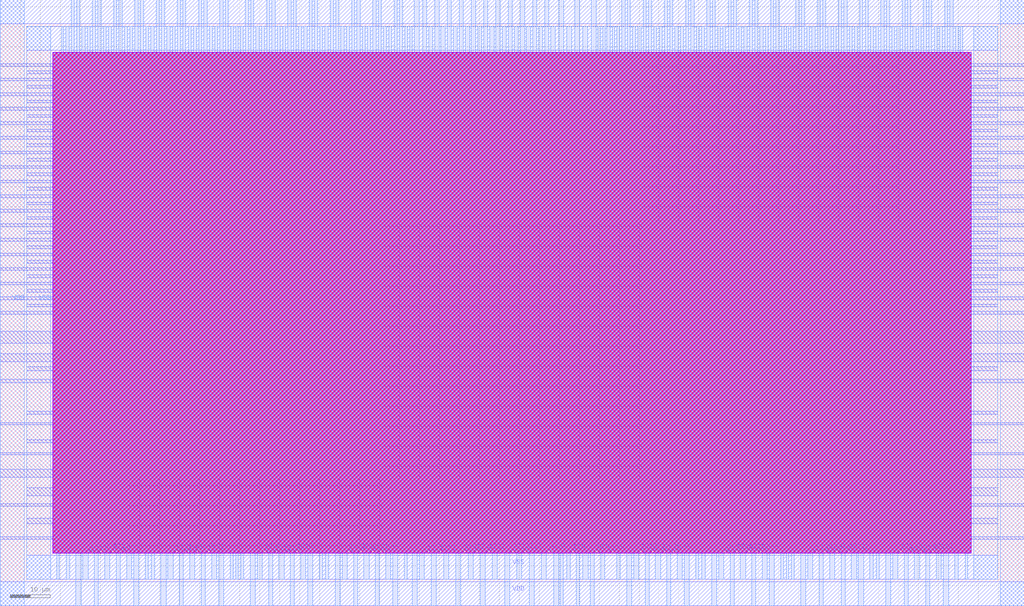
<source format=lef>
VERSION 5.4 ;
NAMESCASESENSITIVE ON ;

MACRO ram_256x16A
  CLASS RING ;
  FOREIGN ram_256x16A 0 0 ;
  ORIGIN 0 0 ;
  SIZE 256.485 BY 151.795 ;
  SYMMETRY X Y R90 ;
  PIN A[0]
    DIRECTION INPUT ;
    USE SIGNAL ;
    ANTENNAGATEAREA  0.039 ;
    PORT
      LAYER M1 ;
      RECT 137.38 13.2 138.04 13.86 ;
      LAYER M2 ;
      RECT 137.38 13.2 138.04 13.86 ;
      LAYER M3 ;
      RECT 137.38 13.2 138.04 13.86 ;
      LAYER M4 ;
      RECT 137.38 13.2 138.04 13.86 ;
      END
    END A[0]
  PIN A[1]
    DIRECTION INPUT ;
    USE SIGNAL ;
    ANTENNAGATEAREA  0.039 ;
    PORT
      LAYER M1 ;
      RECT 131.26 13.2 131.92 13.86 ;
      LAYER M2 ;
      RECT 131.26 13.2 131.92 13.86 ;
      LAYER M3 ;
      RECT 131.26 13.2 131.92 13.86 ;
      LAYER M4 ;
      RECT 131.26 13.2 131.92 13.86 ;
      END
    END A[1]
  PIN A[2]
    DIRECTION INPUT ;
    USE SIGNAL ;
    ANTENNAGATEAREA  0.039 ;
    PORT
      LAYER M1 ;
      RECT 128.16 13.2 128.82 13.86 ;
      LAYER M2 ;
      RECT 128.16 13.2 128.82 13.86 ;
      LAYER M3 ;
      RECT 128.16 13.2 128.82 13.86 ;
      LAYER M4 ;
      RECT 128.16 13.2 128.82 13.86 ;
      END
    END A[2]
  PIN A[3]
    ANTENNAGATEAREA  0.039 ;
    DIRECTION INPUT ;
    USE SIGNAL ;
    PORT
      LAYER M1 ;
      RECT 122.04 13.2 122.7 13.86 ;
      LAYER M2 ;
      RECT 122.04 13.2 122.7 13.86 ;
      LAYER M3 ;
      RECT 122.04 13.2 122.7 13.86 ;
      LAYER M4 ;
      RECT 122.04 13.2 122.7 13.86 ;
      END
    END A[3]
  PIN A[4]
    DIRECTION INPUT ;
    ANTENNAGATEAREA  0.039 ;
    USE SIGNAL ;
    PORT
      LAYER M1 ;
      RECT 119.02 13.2 119.68 13.86 ;
      LAYER M2 ;
      RECT 119.02 13.2 119.68 13.86 ;
      LAYER M3 ;
      RECT 119.02 13.2 119.68 13.86 ;
      LAYER M4 ;
      RECT 119.02 13.2 119.68 13.86 ;
      END
    END A[4]
  PIN A[5]
    ANTENNAGATEAREA  0.039 ;
    DIRECTION INPUT ;
    USE SIGNAL ;
    PORT
      LAYER M1 ;
      RECT 115.92 13.2 116.58 13.86 ;
      LAYER M2 ;
      RECT 115.92 13.2 116.58 13.86 ;
      LAYER M3 ;
      RECT 115.92 13.2 116.58 13.86 ;
      LAYER M4 ;
      RECT 115.92 13.2 116.58 13.86 ;
      END
    END A[5]
  PIN A[6]
    ANTENNAGATEAREA  0.039 ;
    DIRECTION INPUT ;
    USE SIGNAL ;
    PORT
      LAYER M1 ;
      RECT 109.8 13.2 110.46 13.86 ;
      LAYER M2 ;
      RECT 109.8 13.2 110.46 13.86 ;
      LAYER M3 ;
      RECT 109.8 13.2 110.46 13.86 ;
      LAYER M4 ;
      RECT 109.8 13.2 110.46 13.86 ;
      END
    END A[6]
  PIN A[7]
    ANTENNAGATEAREA  0.039 ;
    DIRECTION INPUT ;
    USE SIGNAL ;
    PORT
      LAYER M1 ;
      RECT 106.78 13.2 107.44 13.86 ;
      LAYER M2 ;
      RECT 106.78 13.2 107.44 13.86 ;
      LAYER M3 ;
      RECT 106.78 13.2 107.44 13.86 ;
      LAYER M4 ;
      RECT 106.78 13.2 107.44 13.86 ;
      END
    END A[7]
  PIN CEN
    ANTENNAGATEAREA  0.039 ;
    DIRECTION INPUT ;
    USE SIGNAL ;
    PORT
      LAYER M1 ;
      RECT 143.195 13.2 143.855 13.86 ;
      LAYER M2 ;
      RECT 143.195 13.2 143.855 13.86 ;
      LAYER M3 ;
      RECT 143.195 13.2 143.855 13.86 ;
      LAYER M4 ;
      RECT 143.195 13.2 143.855 13.86 ;
      END
    END CEN
  PIN CLK
    DIRECTION INPUT ;
    ANTENNAGATEAREA  0.039 ;
    USE CLOCK ;
    PORT
      LAYER M1 ;
      RECT 152.94 13.2 153.6 13.86 ;
      LAYER M2 ;
      RECT 152.94 13.2 153.6 13.86 ;
      LAYER M3 ;
      RECT 152.94 13.2 153.6 13.86 ;
      LAYER M4 ;
      RECT 152.94 13.2 153.6 13.86 ;
      END
    END CLK
  PIN D[0]
    ANTENNAGATEAREA  0.039 ;
    DIRECTION INPUT ;
    USE SIGNAL ;
    PORT
      LAYER M1 ;
      RECT 22.48 13.2 23.14 13.86 ;
      LAYER M2 ;
      RECT 22.48 13.2 23.14 13.86 ;
      LAYER M3 ;
      RECT 22.48 13.2 23.14 13.86 ;
      LAYER M4 ;
      RECT 22.48 13.2 23.14 13.86 ;
      END
    END D[0]
  PIN D[10]
    DIRECTION INPUT ;
    USE SIGNAL ;
    ANTENNAGATEAREA  0.039 ;
    PORT
      LAYER M1 ;
      RECT 181.685 13.2 182.345 13.86 ;
      LAYER M2 ;
      RECT 181.685 13.2 182.345 13.86 ;
      LAYER M3 ;
      RECT 181.685 13.2 182.345 13.86 ;
      LAYER M4 ;
      RECT 181.685 13.2 182.345 13.86 ;
      END
    END D[10]
  PIN D[11]
    DIRECTION INPUT ;
    USE SIGNAL ;
    ANTENNAGATEAREA  0.039 ;
    PORT
      LAYER M1 ;
      RECT 189.725 13.2 190.385 13.86 ;
      LAYER M2 ;
      RECT 189.725 13.2 190.385 13.86 ;
      LAYER M3 ;
      RECT 189.725 13.2 190.385 13.86 ;
      LAYER M4 ;
      RECT 189.725 13.2 190.385 13.86 ;
      END
    END D[11]
  PIN D[12]
    DIRECTION INPUT ;
    ANTENNAGATEAREA  0.039 ;
    USE SIGNAL ;
    PORT
      LAYER M1 ;
      RECT 204.025 13.2 204.685 13.86 ;
      LAYER M2 ;
      RECT 204.025 13.2 204.685 13.86 ;
      LAYER M3 ;
      RECT 204.025 13.2 204.685 13.86 ;
      LAYER M4 ;
      RECT 204.025 13.2 204.685 13.86 ;
      END
    END D[12]
  PIN D[13]
    DIRECTION INPUT ;
    USE SIGNAL ;
    ANTENNAGATEAREA  0.039 ;
    PORT
      LAYER M1 ;
      RECT 212.065 13.2 212.725 13.86 ;
      LAYER M2 ;
      RECT 212.065 13.2 212.725 13.86 ;
      LAYER M3 ;
      RECT 212.065 13.2 212.725 13.86 ;
      LAYER M4 ;
      RECT 212.065 13.2 212.725 13.86 ;
      END
    END D[13]
  PIN D[14]
    DIRECTION INPUT ;
    USE SIGNAL ;
    ANTENNAGATEAREA  0.039 ;
    PORT
      LAYER M1 ;
      RECT 225.305 13.2 225.965 13.86 ;
      LAYER M2 ;
      RECT 225.305 13.2 225.965 13.86 ;
      LAYER M3 ;
      RECT 225.305 13.2 225.965 13.86 ;
      LAYER M4 ;
      RECT 225.305 13.2 225.965 13.86 ;
      END
    END D[14]
  PIN D[15]
    ANTENNAGATEAREA  0.039 ;
    DIRECTION INPUT ;
    USE SIGNAL ;
    PORT
      LAYER M1 ;
      RECT 233.345 13.2 234.005 13.86 ;
      LAYER M2 ;
      RECT 233.345 13.2 234.005 13.86 ;
      LAYER M3 ;
      RECT 233.345 13.2 234.005 13.86 ;
      LAYER M4 ;
      RECT 233.345 13.2 234.005 13.86 ;
      END
    END D[15]
  PIN D[1]
    DIRECTION INPUT ;
    USE SIGNAL ;
    ANTENNAGATEAREA  0.039 ;
    PORT
      LAYER M1 ;
      RECT 30.52 13.2 31.18 13.86 ;
      LAYER M2 ;
      RECT 30.52 13.2 31.18 13.86 ;
      LAYER M3 ;
      RECT 30.52 13.2 31.18 13.86 ;
      LAYER M4 ;
      RECT 30.52 13.2 31.18 13.86 ;
      END
    END D[1]
  PIN D[2]
    DIRECTION INPUT ;
    USE SIGNAL ;
    ANTENNAGATEAREA  0.039 ;
    PORT
      LAYER M1 ;
      RECT 43.76 13.2 44.42 13.86 ;
      LAYER M2 ;
      RECT 43.76 13.2 44.42 13.86 ;
      LAYER M3 ;
      RECT 43.76 13.2 44.42 13.86 ;
      LAYER M4 ;
      RECT 43.76 13.2 44.42 13.86 ;
      END
    END D[2]
  PIN D[3]
    DIRECTION INPUT ;
    USE SIGNAL ;
    ANTENNAGATEAREA  0.039 ;
    PORT
      LAYER M1 ;
      RECT 51.8 13.2 52.46 13.86 ;
      LAYER M2 ;
      RECT 51.8 13.2 52.46 13.86 ;
      LAYER M3 ;
      RECT 51.8 13.2 52.46 13.86 ;
      LAYER M4 ;
      RECT 51.8 13.2 52.46 13.86 ;
      END
    END D[3]
  PIN D[4]
    DIRECTION INPUT ;
    USE SIGNAL ;
    ANTENNAGATEAREA  0.039 ;
    PORT
      LAYER M1 ;
      RECT 66.1 13.2 66.76 13.86 ;
      LAYER M2 ;
      RECT 66.1 13.2 66.76 13.86 ;
      LAYER M3 ;
      RECT 66.1 13.2 66.76 13.86 ;
      LAYER M4 ;
      RECT 66.1 13.2 66.76 13.86 ;
      END
    END D[4]
  PIN D[5]
    DIRECTION INPUT ;
    USE SIGNAL ;
    ANTENNAGATEAREA  0.039 ;
    PORT
      LAYER M1 ;
      RECT 74.14 13.2 74.8 13.86 ;
      LAYER M2 ;
      RECT 74.14 13.2 74.8 13.86 ;
      LAYER M3 ;
      RECT 74.14 13.2 74.8 13.86 ;
      LAYER M4 ;
      RECT 74.14 13.2 74.8 13.86 ;
      END
    END D[5]
  PIN D[6]
    DIRECTION INPUT ;
    USE SIGNAL ;
    ANTENNAGATEAREA  0.039 ;
    PORT
      LAYER M1 ;
      RECT 87.38 13.2 88.04 13.86 ;
      LAYER M2 ;
      RECT 87.38 13.2 88.04 13.86 ;
      LAYER M3 ;
      RECT 87.38 13.2 88.04 13.86 ;
      LAYER M4 ;
      RECT 87.38 13.2 88.04 13.86 ;
      END
    END D[6]
  PIN D[7]
    DIRECTION INPUT ;
    USE SIGNAL ;
    ANTENNAGATEAREA  0.039 ;
    PORT
      LAYER M1 ;
      RECT 95.42 13.2 96.08 13.86 ;
      LAYER M2 ;
      RECT 95.42 13.2 96.08 13.86 ;
      LAYER M3 ;
      RECT 95.42 13.2 96.08 13.86 ;
      LAYER M4 ;
      RECT 95.42 13.2 96.08 13.86 ;
      END
    END D[7]
  PIN D[8]
    DIRECTION INPUT ;
    USE SIGNAL ;
    ANTENNAGATEAREA  0.039 ;
    PORT
      LAYER M1 ;
      RECT 160.405 13.2 161.065 13.86 ;
      LAYER M2 ;
      RECT 160.405 13.2 161.065 13.86 ;
      LAYER M3 ;
      RECT 160.405 13.2 161.065 13.86 ;
      LAYER M4 ;
      RECT 160.405 13.2 161.065 13.86 ;
      END
    END D[8]
  PIN D[9]
    DIRECTION INPUT ;
    USE SIGNAL ;
    ANTENNAGATEAREA  0.039 ;
    PORT
      LAYER M1 ;
      RECT 168.445 13.2 169.105 13.86 ;
      LAYER M2 ;
      RECT 168.445 13.2 169.105 13.86 ;
      LAYER M3 ;
      RECT 168.445 13.2 169.105 13.86 ;
      LAYER M4 ;
      RECT 168.445 13.2 169.105 13.86 ;
      END
    END D[9]
  PIN Q[0]
    DIRECTION OUTPUT ;
    USE SIGNAL ;
    PORT
      LAYER M1 ;
      RECT 25.06 13.2 25.72 13.86 ;
      LAYER M2 ;
      RECT 25.06 13.2 25.72 13.86 ;
      LAYER M3 ;
      RECT 25.06 13.2 25.72 13.86 ;
      LAYER M4 ;
      RECT 25.06 13.2 25.72 13.86 ;
      END
    END Q[0]
  PIN Q[10]
    DIRECTION OUTPUT ;
    USE SIGNAL ;
    PORT
      LAYER M1 ;
      RECT 184.265 13.2 184.925 13.86 ;
      LAYER M2 ;
      RECT 184.265 13.2 184.925 13.86 ;
      LAYER M3 ;
      RECT 184.265 13.2 184.925 13.86 ;
      LAYER M4 ;
      RECT 184.265 13.2 184.925 13.86 ;
      END
    END Q[10]
  PIN Q[11]
    DIRECTION OUTPUT ;
    USE SIGNAL ;
    PORT
      LAYER M1 ;
      RECT 187.145 13.2 187.805 13.86 ;
      LAYER M2 ;
      RECT 187.145 13.2 187.805 13.86 ;
      LAYER M3 ;
      RECT 187.145 13.2 187.805 13.86 ;
      LAYER M4 ;
      RECT 187.145 13.2 187.805 13.86 ;
      END
    END Q[11]
  PIN Q[12]
    DIRECTION OUTPUT ;
    USE SIGNAL ;
    PORT
      LAYER M1 ;
      RECT 206.605 13.2 207.265 13.86 ;
      LAYER M2 ;
      RECT 206.605 13.2 207.265 13.86 ;
      LAYER M3 ;
      RECT 206.605 13.2 207.265 13.86 ;
      LAYER M4 ;
      RECT 206.605 13.2 207.265 13.86 ;
      END
    END Q[12]
  PIN Q[13]
    DIRECTION OUTPUT ;
    USE SIGNAL ;
    PORT
      LAYER M1 ;
      RECT 209.485 13.2 210.145 13.86 ;
      LAYER M2 ;
      RECT 209.485 13.2 210.145 13.86 ;
      LAYER M3 ;
      RECT 209.485 13.2 210.145 13.86 ;
      LAYER M4 ;
      RECT 209.485 13.2 210.145 13.86 ;
      END
    END Q[13]
  PIN Q[14]
    DIRECTION OUTPUT ;
    USE SIGNAL ;
    PORT
      LAYER M1 ;
      RECT 227.885 13.2 228.545 13.86 ;
      LAYER M2 ;
      RECT 227.885 13.2 228.545 13.86 ;
      LAYER M3 ;
      RECT 227.885 13.2 228.545 13.86 ;
      LAYER M4 ;
      RECT 227.885 13.2 228.545 13.86 ;
      END
    END Q[14]
  PIN Q[15]
    DIRECTION OUTPUT ;
    USE SIGNAL ;
    PORT
      LAYER M1 ;
      RECT 230.765 13.2 231.425 13.86 ;
      LAYER M2 ;
      RECT 230.765 13.2 231.425 13.86 ;
      LAYER M3 ;
      RECT 230.765 13.2 231.425 13.86 ;
      LAYER M4 ;
      RECT 230.765 13.2 231.425 13.86 ;
      END
    END Q[15]
  PIN Q[1]
    DIRECTION OUTPUT ;
    USE SIGNAL ;
    PORT
      LAYER M1 ;
      RECT 27.94 13.2 28.6 13.86 ;
      LAYER M2 ;
      RECT 27.94 13.2 28.6 13.86 ;
      LAYER M3 ;
      RECT 27.94 13.2 28.6 13.86 ;
      LAYER M4 ;
      RECT 27.94 13.2 28.6 13.86 ;
      END
    END Q[1]
  PIN Q[2]
    DIRECTION OUTPUT ;
    USE SIGNAL ;
    PORT
      LAYER M1 ;
      RECT 46.34 13.2 47 13.86 ;
      LAYER M2 ;
      RECT 46.34 13.2 47 13.86 ;
      LAYER M3 ;
      RECT 46.34 13.2 47 13.86 ;
      LAYER M4 ;
      RECT 46.34 13.2 47 13.86 ;
      END
    END Q[2]
  PIN Q[3]
    DIRECTION OUTPUT ;
    USE SIGNAL ;
    PORT
      LAYER M1 ;
      RECT 49.22 13.2 49.88 13.86 ;
      LAYER M2 ;
      RECT 49.22 13.2 49.88 13.86 ;
      LAYER M3 ;
      RECT 49.22 13.2 49.88 13.86 ;
      LAYER M4 ;
      RECT 49.22 13.2 49.88 13.86 ;
      END
    END Q[3]
  PIN Q[4]
    DIRECTION OUTPUT ;
    USE SIGNAL ;
    PORT
      LAYER M1 ;
      RECT 68.68 13.2 69.34 13.86 ;
      LAYER M2 ;
      RECT 68.68 13.2 69.34 13.86 ;
      LAYER M3 ;
      RECT 68.68 13.2 69.34 13.86 ;
      LAYER M4 ;
      RECT 68.68 13.2 69.34 13.86 ;
      END
    END Q[4]
  PIN Q[5]
    DIRECTION OUTPUT ;
    USE SIGNAL ;
    PORT
      LAYER M1 ;
      RECT 71.56 13.2 72.22 13.86 ;
      LAYER M2 ;
      RECT 71.56 13.2 72.22 13.86 ;
      LAYER M3 ;
      RECT 71.56 13.2 72.22 13.86 ;
      LAYER M4 ;
      RECT 71.56 13.2 72.22 13.86 ;
      END
    END Q[5]
  PIN Q[6]
    DIRECTION OUTPUT ;
    USE SIGNAL ;
    PORT
      LAYER M1 ;
      RECT 89.96 13.2 90.62 13.86 ;
      LAYER M2 ;
      RECT 89.96 13.2 90.62 13.86 ;
      LAYER M3 ;
      RECT 89.96 13.2 90.62 13.86 ;
      LAYER M4 ;
      RECT 89.96 13.2 90.62 13.86 ;
      END
    END Q[6]
  PIN Q[7]
    DIRECTION OUTPUT ;
    USE SIGNAL ;
    PORT
      LAYER M1 ;
      RECT 92.84 13.2 93.5 13.86 ;
      LAYER M2 ;
      RECT 92.84 13.2 93.5 13.86 ;
      LAYER M3 ;
      RECT 92.84 13.2 93.5 13.86 ;
      LAYER M4 ;
      RECT 92.84 13.2 93.5 13.86 ;
      END
    END Q[7]
  PIN Q[8]
    DIRECTION OUTPUT ;
    USE SIGNAL ;
    PORT
      LAYER M1 ;
      RECT 162.985 13.2 163.645 13.86 ;
      LAYER M2 ;
      RECT 162.985 13.2 163.645 13.86 ;
      LAYER M3 ;
      RECT 162.985 13.2 163.645 13.86 ;
      LAYER M4 ;
      RECT 162.985 13.2 163.645 13.86 ;
      END
    END Q[8]
  PIN Q[9]
    DIRECTION OUTPUT ;
    USE SIGNAL ;
    PORT
      LAYER M1 ;
      RECT 165.865 13.2 166.525 13.86 ;
      LAYER M2 ;
      RECT 165.865 13.2 166.525 13.86 ;
      LAYER M3 ;
      RECT 165.865 13.2 166.525 13.86 ;
      LAYER M4 ;
      RECT 165.865 13.2 166.525 13.86 ;
      END
    END Q[9]
  PIN WEN
    DIRECTION INPUT ;
    USE SIGNAL ;
    PORT
      LAYER M1 ;
      RECT 149.24 13.2 149.9 13.86 ;
      LAYER M2 ;
      RECT 149.24 13.2 149.9 13.86 ;
      LAYER M3 ;
      RECT 149.24 13.2 149.9 13.86 ;
      LAYER M4 ;
      RECT 149.24 13.2 149.9 13.86 ;
      END
    END WEN
  PIN VDD
    DIRECTION INOUT ;
    USE POWER ;
    SHAPE RING ;
    PORT
      LAYER M3 ;
      RECT 256.485 145.795 0 151.795 ;
      LAYER M3 ;
      RECT 0 0 256.485 6 ;
      LAYER M4 ;
      RECT 250.485 0 256.485 151.795 ;
      LAYER M4 ;
      RECT 0 151.795 6 0 ;
      END
    END VDD
  PIN VSS
    DIRECTION INOUT ;
    USE GROUND ;
    SHAPE RING ;
    PORT
      LAYER M3 ;
      RECT 249.885 139.195 6.6 145.195 ;
      LAYER M3 ;
      RECT 6.6 6.6 249.885 12.6 ;
      LAYER M4 ;
      RECT 243.885 6.6 249.885 145.195 ;
      LAYER M4 ;
      RECT 6.6 145.195 12.6 6.6 ;
      END
    END VSS
  OBS
    LAYER OVERLAP ;
    RECT 13.2 13.2 243.285 138.595 ;
    LAYER V1 ;
    RECT 13.2 13.2 243.285 138.595 ;
    LAYER V2 ;
    RECT 13.2 13.2 243.285 138.595 ;
    LAYER V3 ;
    RECT 13.2 13.2 243.285 138.595 ;
    LAYER M1 ;
    POLYGON 13.2 138.595 13.2 13.2 22.3 13.2 22.3 14.04 23.32 14.04
      23.32 13.2 24.88 13.2 24.88 14.04 25.9 14.04 25.9 13.2 27.76 13.2
      27.76 14.04 28.78 14.04 28.78 13.2 30.34 13.2 30.34 14.04 31.36 14.04
      31.36 13.2 43.58 13.2 43.58 14.04 44.6 14.04 44.6 13.2 46.16 13.2
      46.16 14.04 47.18 14.04 47.18 13.2 49.04 13.2 49.04 14.04 50.06 14.04
      50.06 13.2 51.62 13.2 51.62 14.04 52.64 14.04 52.64 13.2 65.92 13.2
      65.92 14.04 66.94 14.04 66.94 13.2 68.5 13.2 68.5 14.04 69.52 14.04
      69.52 13.2 71.38 13.2 71.38 14.04 72.4 14.04 72.4 13.2 73.96 13.2
      73.96 14.04 74.98 14.04 74.98 13.2 87.2 13.2 87.2 14.04 88.22 14.04
      88.22 13.2 89.78 13.2 89.78 14.04 90.8 14.04 90.8 13.2 92.66 13.2
      92.66 14.04 93.68 14.04 93.68 13.2 95.24 13.2 95.24 14.04 96.26 14.04
      96.26 13.2 106.6 13.2 106.6 14.04 107.62 14.04 107.62 13.2 109.62 13.2
      109.62 14.04 110.64 14.04 110.64 13.2 115.74 13.2 115.74 14.04
      116.76 14.04 116.76 13.2 118.84 13.2 118.84 14.04 119.86 14.04
      119.86 13.2 121.86 13.2 121.86 14.04 122.88 14.04 122.88 13.2
      127.98 13.2 127.98 14.04 129 14.04 129 13.2 131.08 13.2 131.08 14.04
      132.1 14.04 132.1 13.2 137.2 13.2 137.2 14.04 138.22 14.04 138.22 13.2
      143.015 13.2 143.015 14.04 144.035 14.04 144.035 13.2 149.06 13.2
      149.06 14.04 150.08 14.04 150.08 13.2 152.76 13.2 152.76 14.04
      153.78 14.04 153.78 13.2 160.225 13.2 160.225 14.04 161.245 14.04
      161.245 13.2 162.805 13.2 162.805 14.04 163.825 14.04 163.825 13.2
      165.685 13.2 165.685 14.04 166.705 14.04 166.705 13.2 168.265 13.2
      168.265 14.04 169.285 14.04 169.285 13.2 181.505 13.2 181.505 14.04
      182.525 14.04 182.525 13.2 184.085 13.2 184.085 14.04 185.105 14.04
      185.105 13.2 186.965 13.2 186.965 14.04 187.985 14.04 187.985 13.2
      189.545 13.2 189.545 14.04 190.565 14.04 190.565 13.2 203.845 13.2
      203.845 14.04 204.865 14.04 204.865 13.2 206.425 13.2 206.425 14.04
      207.445 14.04 207.445 13.2 209.305 13.2 209.305 14.04 210.325 14.04
      210.325 13.2 211.885 13.2 211.885 14.04 212.905 14.04 212.905 13.2
      225.125 13.2 225.125 14.04 226.145 14.04 226.145 13.2 227.705 13.2
      227.705 14.04 228.725 14.04 228.725 13.2 230.585 13.2 230.585 14.04
      231.605 14.04 231.605 13.2 233.165 13.2 233.165 14.04 234.185 14.04
      234.185 13.2 243.285 13.2 243.285 138.595 ;
    LAYER M2 ;
    POLYGON 13.2 138.595 13.2 13.2 22.27 13.2 22.27 14.07 23.35 14.07
      23.35 13.2 24.85 13.2 24.85 14.07 25.93 14.07 25.93 13.2 27.73 13.2
      27.73 14.07 28.81 14.07 28.81 13.2 30.31 13.2 30.31 14.07 31.39 14.07
      31.39 13.2 43.55 13.2 43.55 14.07 44.63 14.07 44.63 13.2 46.13 13.2
      46.13 14.07 47.21 14.07 47.21 13.2 49.01 13.2 49.01 14.07 50.09 14.07
      50.09 13.2 51.59 13.2 51.59 14.07 52.67 14.07 52.67 13.2 65.89 13.2
      65.89 14.07 66.97 14.07 66.97 13.2 68.47 13.2 68.47 14.07 69.55 14.07
      69.55 13.2 71.35 13.2 71.35 14.07 72.43 14.07 72.43 13.2 73.93 13.2
      73.93 14.07 75.01 14.07 75.01 13.2 87.17 13.2 87.17 14.07 88.25 14.07
      88.25 13.2 89.75 13.2 89.75 14.07 90.83 14.07 90.83 13.2 92.63 13.2
      92.63 14.07 93.71 14.07 93.71 13.2 95.21 13.2 95.21 14.07 96.29 14.07
      96.29 13.2 106.57 13.2 106.57 14.07 107.65 14.07 107.65 13.2
      109.59 13.2 109.59 14.07 110.67 14.07 110.67 13.2 115.71 13.2
      115.71 14.07 116.79 14.07 116.79 13.2 118.81 13.2 118.81 14.07
      119.89 14.07 119.89 13.2 121.83 13.2 121.83 14.07 122.91 14.07
      122.91 13.2 127.95 13.2 127.95 14.07 129.03 14.07 129.03 13.2
      131.05 13.2 131.05 14.07 132.13 14.07 132.13 13.2 137.17 13.2
      137.17 14.07 138.25 14.07 138.25 13.2 142.985 13.2 142.985 14.07
      144.065 14.07 144.065 13.2 149.03 13.2 149.03 14.07 150.11 14.07
      150.11 13.2 152.73 13.2 152.73 14.07 153.81 14.07 153.81 13.2
      160.195 13.2 160.195 14.07 161.275 14.07 161.275 13.2 162.775 13.2
      162.775 14.07 163.855 14.07 163.855 13.2 165.655 13.2 165.655 14.07
      166.735 14.07 166.735 13.2 168.235 13.2 168.235 14.07 169.315 14.07
      169.315 13.2 181.475 13.2 181.475 14.07 182.555 14.07 182.555 13.2
      184.055 13.2 184.055 14.07 185.135 14.07 185.135 13.2 186.935 13.2
      186.935 14.07 188.015 14.07 188.015 13.2 189.515 13.2 189.515 14.07
      190.595 14.07 190.595 13.2 203.815 13.2 203.815 14.07 204.895 14.07
      204.895 13.2 206.395 13.2 206.395 14.07 207.475 14.07 207.475 13.2
      209.275 13.2 209.275 14.07 210.355 14.07 210.355 13.2 211.855 13.2
      211.855 14.07 212.935 14.07 212.935 13.2 225.095 13.2 225.095 14.07
      226.175 14.07 226.175 13.2 227.675 13.2 227.675 14.07 228.755 14.07
      228.755 13.2 230.555 13.2 230.555 14.07 231.635 14.07 231.635 13.2
      233.135 13.2 233.135 14.07 234.215 14.07 234.215 13.2 243.285 13.2
      243.285 138.595 ;
    LAYER M3 ;
    POLYGON 13.2 138.595 13.2 13.2 22.27 13.2 22.27 14.07 23.35 14.07
      23.35 13.2 24.85 13.2 24.85 14.07 25.93 14.07 25.93 13.2 27.73 13.2
      27.73 14.07 28.81 14.07 28.81 13.2 30.31 13.2 30.31 14.07 31.39 14.07
      31.39 13.2 43.55 13.2 43.55 14.07 44.63 14.07 44.63 13.2 46.13 13.2
      46.13 14.07 47.21 14.07 47.21 13.2 49.01 13.2 49.01 14.07 50.09 14.07
      50.09 13.2 51.59 13.2 51.59 14.07 52.67 14.07 52.67 13.2 65.89 13.2
      65.89 14.07 66.97 14.07 66.97 13.2 68.47 13.2 68.47 14.07 69.55 14.07
      69.55 13.2 71.35 13.2 71.35 14.07 72.43 14.07 72.43 13.2 73.93 13.2
      73.93 14.07 75.01 14.07 75.01 13.2 87.17 13.2 87.17 14.07 88.25 14.07
      88.25 13.2 89.75 13.2 89.75 14.07 90.83 14.07 90.83 13.2 92.63 13.2
      92.63 14.07 93.71 14.07 93.71 13.2 95.21 13.2 95.21 14.07 96.29 14.07
      96.29 13.2 106.57 13.2 106.57 14.07 107.65 14.07 107.65 13.2
      109.59 13.2 109.59 14.07 110.67 14.07 110.67 13.2 115.71 13.2
      115.71 14.07 116.79 14.07 116.79 13.2 118.81 13.2 118.81 14.07
      119.89 14.07 119.89 13.2 121.83 13.2 121.83 14.07 122.91 14.07
      122.91 13.2 127.95 13.2 127.95 14.07 129.03 14.07 129.03 13.2
      131.05 13.2 131.05 14.07 132.13 14.07 132.13 13.2 137.17 13.2
      137.17 14.07 138.25 14.07 138.25 13.2 142.985 13.2 142.985 14.07
      144.065 14.07 144.065 13.2 149.03 13.2 149.03 14.07 150.11 14.07
      150.11 13.2 152.73 13.2 152.73 14.07 153.81 14.07 153.81 13.2
      160.195 13.2 160.195 14.07 161.275 14.07 161.275 13.2 162.775 13.2
      162.775 14.07 163.855 14.07 163.855 13.2 165.655 13.2 165.655 14.07
      166.735 14.07 166.735 13.2 168.235 13.2 168.235 14.07 169.315 14.07
      169.315 13.2 181.475 13.2 181.475 14.07 182.555 14.07 182.555 13.2
      184.055 13.2 184.055 14.07 185.135 14.07 185.135 13.2 186.935 13.2
      186.935 14.07 188.015 14.07 188.015 13.2 189.515 13.2 189.515 14.07
      190.595 14.07 190.595 13.2 203.815 13.2 203.815 14.07 204.895 14.07
      204.895 13.2 206.395 13.2 206.395 14.07 207.475 14.07 207.475 13.2
      209.275 13.2 209.275 14.07 210.355 14.07 210.355 13.2 211.855 13.2
      211.855 14.07 212.935 14.07 212.935 13.2 225.095 13.2 225.095 14.07
      226.175 14.07 226.175 13.2 227.675 13.2 227.675 14.07 228.755 14.07
      228.755 13.2 230.555 13.2 230.555 14.07 231.635 14.07 231.635 13.2
      233.135 13.2 233.135 14.07 234.215 14.07 234.215 13.2 243.285 13.2
      243.285 138.595 ;
    LAYER M4 ;
    POLYGON 13.2 138.595 13.2 13.2 22.27 13.2 22.27 14.07 23.35 14.07
      23.35 13.2 24.85 13.2 24.85 14.07 25.93 14.07 25.93 13.2 27.73 13.2
      27.73 14.07 28.81 14.07 28.81 13.2 30.31 13.2 30.31 14.07 31.39 14.07
      31.39 13.2 43.55 13.2 43.55 14.07 44.63 14.07 44.63 13.2 46.13 13.2
      46.13 14.07 47.21 14.07 47.21 13.2 49.01 13.2 49.01 14.07 50.09 14.07
      50.09 13.2 51.59 13.2 51.59 14.07 52.67 14.07 52.67 13.2 65.89 13.2
      65.89 14.07 66.97 14.07 66.97 13.2 68.47 13.2 68.47 14.07 69.55 14.07
      69.55 13.2 71.35 13.2 71.35 14.07 72.43 14.07 72.43 13.2 73.93 13.2
      73.93 14.07 75.01 14.07 75.01 13.2 87.17 13.2 87.17 14.07 88.25 14.07
      88.25 13.2 89.75 13.2 89.75 14.07 90.83 14.07 90.83 13.2 92.63 13.2
      92.63 14.07 93.71 14.07 93.71 13.2 95.21 13.2 95.21 14.07 96.29 14.07
      96.29 13.2 106.57 13.2 106.57 14.07 107.65 14.07 107.65 13.2
      109.59 13.2 109.59 14.07 110.67 14.07 110.67 13.2 115.71 13.2
      115.71 14.07 116.79 14.07 116.79 13.2 118.81 13.2 118.81 14.07
      119.89 14.07 119.89 13.2 121.83 13.2 121.83 14.07 122.91 14.07
      122.91 13.2 127.95 13.2 127.95 14.07 129.03 14.07 129.03 13.2
      131.05 13.2 131.05 14.07 132.13 14.07 132.13 13.2 137.17 13.2
      137.17 14.07 138.25 14.07 138.25 13.2 142.985 13.2 142.985 14.07
      144.065 14.07 144.065 13.2 149.03 13.2 149.03 14.07 150.11 14.07
      150.11 13.2 152.73 13.2 152.73 14.07 153.81 14.07 153.81 13.2
      160.195 13.2 160.195 14.07 161.275 14.07 161.275 13.2 162.775 13.2
      162.775 14.07 163.855 14.07 163.855 13.2 165.655 13.2 165.655 14.07
      166.735 14.07 166.735 13.2 168.235 13.2 168.235 14.07 169.315 14.07
      169.315 13.2 181.475 13.2 181.475 14.07 182.555 14.07 182.555 13.2
      184.055 13.2 184.055 14.07 185.135 14.07 185.135 13.2 186.935 13.2
      186.935 14.07 188.015 14.07 188.015 13.2 189.515 13.2 189.515 14.07
      190.595 14.07 190.595 13.2 203.815 13.2 203.815 14.07 204.895 14.07
      204.895 13.2 206.395 13.2 206.395 14.07 207.475 14.07 207.475 13.2
      209.275 13.2 209.275 14.07 210.355 14.07 210.355 13.2 211.855 13.2
      211.855 14.07 212.935 14.07 212.935 13.2 225.095 13.2 225.095 14.07
      226.175 14.07 226.175 13.2 227.675 13.2 227.675 14.07 228.755 14.07
      228.755 13.2 230.555 13.2 230.555 14.07 231.635 14.07 231.635 13.2
      233.135 13.2 233.135 14.07 234.215 14.07 234.215 13.2 243.285 13.2
      243.285 138.595 ;
    LAYER M4 ;
    RECT 17.775 138.595 18.595 151.795 ;
    LAYER M4 ;
    RECT 19.105 138.595 19.925 151.795 ;
    LAYER M4 ;
    RECT 23.095 138.595 23.915 151.795 ;
    LAYER M4 ;
    RECT 24.425 138.595 25.245 151.795 ;
    LAYER M4 ;
    RECT 28.415 138.595 29.235 151.795 ;
    LAYER M4 ;
    RECT 29.745 138.595 30.565 151.795 ;
    LAYER M4 ;
    RECT 33.735 138.595 34.555 151.795 ;
    LAYER M4 ;
    RECT 35.065 138.595 35.885 151.795 ;
    LAYER M4 ;
    RECT 39.055 138.595 39.875 151.795 ;
    LAYER M4 ;
    RECT 40.385 138.595 41.205 151.795 ;
    LAYER M4 ;
    RECT 44.375 138.595 45.195 151.795 ;
    LAYER M4 ;
    RECT 45.705 138.595 46.525 151.795 ;
    LAYER M4 ;
    RECT 49.695 138.595 50.515 151.795 ;
    LAYER M4 ;
    RECT 51.025 138.595 51.845 151.795 ;
    LAYER M4 ;
    RECT 55.015 138.595 55.835 151.795 ;
    LAYER M4 ;
    RECT 56.345 138.595 57.165 151.795 ;
    LAYER M4 ;
    RECT 61.395 138.595 62.215 151.795 ;
    LAYER M4 ;
    RECT 62.725 138.595 63.545 151.795 ;
    LAYER M4 ;
    RECT 66.715 138.595 67.535 151.795 ;
    LAYER M4 ;
    RECT 68.045 138.595 68.865 151.795 ;
    LAYER M4 ;
    RECT 72.035 138.595 72.855 151.795 ;
    LAYER M4 ;
    RECT 73.365 138.595 74.185 151.795 ;
    LAYER M4 ;
    RECT 77.355 138.595 78.175 151.795 ;
    LAYER M4 ;
    RECT 78.685 138.595 79.505 151.795 ;
    LAYER M4 ;
    RECT 82.675 138.595 83.495 151.795 ;
    LAYER M4 ;
    RECT 84.005 138.595 84.825 151.795 ;
    LAYER M4 ;
    RECT 87.995 138.595 88.815 151.795 ;
    LAYER M4 ;
    RECT 89.325 138.595 90.145 151.795 ;
    LAYER M4 ;
    RECT 93.315 138.595 94.135 151.795 ;
    LAYER M4 ;
    RECT 94.645 138.595 95.465 151.795 ;
    LAYER M4 ;
    RECT 98.635 138.595 99.455 151.795 ;
    LAYER M4 ;
    RECT 99.965 138.595 100.785 151.795 ;
    LAYER M4 ;
    RECT 103.715 138.595 104.975 151.795 ;
    LAYER M4 ;
    RECT 105.79 138.595 106.85 151.795 ;
    LAYER M4 ;
    RECT 108.85 138.595 109.91 151.795 ;
    LAYER M4 ;
    RECT 111.91 138.595 112.97 151.795 ;
    LAYER M4 ;
    RECT 114.97 138.595 116.03 151.795 ;
    LAYER M4 ;
    RECT 118.03 138.595 119.09 151.795 ;
    LAYER M4 ;
    RECT 121.09 138.595 122.15 151.795 ;
    LAYER M4 ;
    RECT 124.15 138.595 125.21 151.795 ;
    LAYER M4 ;
    RECT 127.21 138.595 128.27 151.795 ;
    LAYER M4 ;
    RECT 130.27 138.595 131.33 151.795 ;
    LAYER M4 ;
    RECT 133.33 138.595 134.39 151.795 ;
    LAYER M4 ;
    RECT 136.39 138.595 137.45 151.795 ;
    LAYER M4 ;
    RECT 139.835 138.595 141.095 151.795 ;
    LAYER M4 ;
    RECT 143.915 138.595 145.175 151.795 ;
    LAYER M4 ;
    RECT 147.995 138.595 149.255 151.795 ;
    LAYER M4 ;
    RECT 151.98 138.595 152.8 151.795 ;
    LAYER M4 ;
    RECT 155.7 138.595 156.52 151.795 ;
    LAYER M4 ;
    RECT 157.03 138.595 157.85 151.795 ;
    LAYER M4 ;
    RECT 161.02 138.595 161.84 151.795 ;
    LAYER M4 ;
    RECT 162.35 138.595 163.17 151.795 ;
    LAYER M4 ;
    RECT 166.34 138.595 167.16 151.795 ;
    LAYER M4 ;
    RECT 167.67 138.595 168.49 151.795 ;
    LAYER M4 ;
    RECT 171.66 138.595 172.48 151.795 ;
    LAYER M4 ;
    RECT 172.99 138.595 173.81 151.795 ;
    LAYER M4 ;
    RECT 176.98 138.595 177.8 151.795 ;
    LAYER M4 ;
    RECT 178.31 138.595 179.13 151.795 ;
    LAYER M4 ;
    RECT 182.3 138.595 183.12 151.795 ;
    LAYER M4 ;
    RECT 183.63 138.595 184.45 151.795 ;
    LAYER M4 ;
    RECT 187.62 138.595 188.44 151.795 ;
    LAYER M4 ;
    RECT 188.95 138.595 189.77 151.795 ;
    LAYER M4 ;
    RECT 192.94 138.595 193.76 151.795 ;
    LAYER M4 ;
    RECT 194.27 138.595 195.09 151.795 ;
    LAYER M4 ;
    RECT 199.32 138.595 200.14 151.795 ;
    LAYER M4 ;
    RECT 200.65 138.595 201.47 151.795 ;
    LAYER M4 ;
    RECT 204.64 138.595 205.46 151.795 ;
    LAYER M4 ;
    RECT 205.97 138.595 206.79 151.795 ;
    LAYER M4 ;
    RECT 209.96 138.595 210.78 151.795 ;
    LAYER M4 ;
    RECT 211.29 138.595 212.11 151.795 ;
    LAYER M4 ;
    RECT 215.28 138.595 216.1 151.795 ;
    LAYER M4 ;
    RECT 216.61 138.595 217.43 151.795 ;
    LAYER M4 ;
    RECT 220.6 138.595 221.42 151.795 ;
    LAYER M4 ;
    RECT 221.93 138.595 222.75 151.795 ;
    LAYER M4 ;
    RECT 225.92 138.595 226.74 151.795 ;
    LAYER M4 ;
    RECT 227.25 138.595 228.07 151.795 ;
    LAYER M4 ;
    RECT 231.24 138.595 232.06 151.795 ;
    LAYER M4 ;
    RECT 232.57 138.595 233.39 151.795 ;
    LAYER M4 ;
    RECT 236.56 138.595 237.38 151.795 ;
    LAYER M4 ;
    RECT 237.89 138.595 238.71 151.795 ;
    LAYER M4 ;
    RECT 18.96 13.2 20.26 0 ;
    LAYER M4 ;
    RECT 23.6 13.2 24.6 0 ;
    LAYER M4 ;
    RECT 29.06 13.2 30.06 0 ;
    LAYER M4 ;
    RECT 33.4 13.2 34.7 0 ;
    LAYER M4 ;
    RECT 40.24 13.2 41.54 0 ;
    LAYER M4 ;
    RECT 44.88 13.2 45.88 0 ;
    LAYER M4 ;
    RECT 50.34 13.2 51.34 0 ;
    LAYER M4 ;
    RECT 54.68 13.2 55.98 0 ;
    LAYER M4 ;
    RECT 62.58 13.2 63.88 0 ;
    LAYER M4 ;
    RECT 67.22 13.2 68.22 0 ;
    LAYER M4 ;
    RECT 72.68 13.2 73.68 0 ;
    LAYER M4 ;
    RECT 77.02 13.2 78.32 0 ;
    LAYER M4 ;
    RECT 83.86 13.2 85.16 0 ;
    LAYER M4 ;
    RECT 88.5 13.2 89.5 0 ;
    LAYER M4 ;
    RECT 93.96 13.2 94.96 0 ;
    LAYER M4 ;
    RECT 98.3 13.2 99.6 0 ;
    LAYER M4 ;
    RECT 103.175 13.2 104.435 0 ;
    LAYER M4 ;
    RECT 107.99 13.2 109.25 0 ;
    LAYER M4 ;
    RECT 114.11 13.2 115.37 0 ;
    LAYER M4 ;
    RECT 120.23 13.2 121.49 0 ;
    LAYER M4 ;
    RECT 126.35 13.2 127.61 0 ;
    LAYER M4 ;
    RECT 132.47 13.2 133.73 0 ;
    LAYER M4 ;
    RECT 138.59 13.2 139.85 0 ;
    LAYER M4 ;
    RECT 140.31 13.2 141.01 0 ;
    LAYER M4 ;
    RECT 144.315 13.2 145.135 0 ;
    LAYER M4 ;
    RECT 147.78 13.2 148.78 0 ;
    LAYER M4 ;
    RECT 156.885 13.2 158.185 0 ;
    LAYER M4 ;
    RECT 161.525 13.2 162.525 0 ;
    LAYER M4 ;
    RECT 166.985 13.2 167.985 0 ;
    LAYER M4 ;
    RECT 171.325 13.2 172.625 0 ;
    LAYER M4 ;
    RECT 178.165 13.2 179.465 0 ;
    LAYER M4 ;
    RECT 182.805 13.2 183.805 0 ;
    LAYER M4 ;
    RECT 188.265 13.2 189.265 0 ;
    LAYER M4 ;
    RECT 192.605 13.2 193.905 0 ;
    LAYER M4 ;
    RECT 200.505 13.2 201.805 0 ;
    LAYER M4 ;
    RECT 205.145 13.2 206.145 0 ;
    LAYER M4 ;
    RECT 210.605 13.2 211.605 0 ;
    LAYER M4 ;
    RECT 214.945 13.2 216.245 0 ;
    LAYER M4 ;
    RECT 221.785 13.2 223.085 0 ;
    LAYER M4 ;
    RECT 226.425 13.2 227.425 0 ;
    LAYER M4 ;
    RECT 231.885 13.2 232.885 0 ;
    LAYER M4 ;
    RECT 236.225 13.2 237.525 0 ;
    LAYER M3 ;
    RECT 243.285 16.625 256.485 17.325 ;
    LAYER M3 ;
    RECT 243.285 24.875 256.485 25.575 ;
    LAYER M3 ;
    RECT 243.285 32.15 256.485 34.15 ;
    LAYER M3 ;
    RECT 243.285 37.82 256.485 38.36 ;
    LAYER M3 ;
    RECT 243.285 45.315 256.485 45.855 ;
    LAYER M3 ;
    RECT 243.285 55.92 256.485 56.72 ;
    LAYER M3 ;
    RECT 243.285 61.175 256.485 63.175 ;
    LAYER M3 ;
    RECT 243.285 65.705 256.485 68.705 ;
    LAYER M3 ;
    RECT 243.285 73.055 256.485 73.755 ;
    LAYER M3 ;
    RECT 243.285 76.705 256.485 77.405 ;
    LAYER M3 ;
    RECT 243.285 80.355 256.485 81.055 ;
    LAYER M3 ;
    RECT 243.285 84.005 256.485 84.705 ;
    LAYER M3 ;
    RECT 243.285 87.655 256.485 88.355 ;
    LAYER M3 ;
    RECT 243.285 91.305 256.485 92.005 ;
    LAYER M3 ;
    RECT 243.285 94.955 256.485 95.655 ;
    LAYER M3 ;
    RECT 243.285 98.605 256.485 99.305 ;
    LAYER M3 ;
    RECT 243.285 102.255 256.485 102.955 ;
    LAYER M3 ;
    RECT 243.285 105.905 256.485 106.605 ;
    LAYER M3 ;
    RECT 243.285 109.555 256.485 110.255 ;
    LAYER M3 ;
    RECT 243.285 113.205 256.485 113.905 ;
    LAYER M3 ;
    RECT 243.285 116.855 256.485 117.555 ;
    LAYER M3 ;
    RECT 243.285 120.505 256.485 121.205 ;
    LAYER M3 ;
    RECT 243.285 124.155 256.485 124.855 ;
    LAYER M3 ;
    RECT 243.285 127.805 256.485 128.505 ;
    LAYER M3 ;
    RECT 243.285 131.455 256.485 132.155 ;
    LAYER M3 ;
    RECT 243.285 135.105 256.485 135.805 ;
    LAYER M3 ;
    RECT 13.2 16.625 0 17.325 ;
    LAYER M3 ;
    RECT 13.2 24.875 0 25.575 ;
    LAYER M3 ;
    RECT 13.2 32.15 0 34.15 ;
    LAYER M3 ;
    RECT 13.2 37.82 0 38.36 ;
    LAYER M3 ;
    RECT 13.2 45.315 0 45.855 ;
    LAYER M3 ;
    RECT 13.2 55.92 0 56.72 ;
    LAYER M3 ;
    RECT 13.2 61.175 0 63.175 ;
    LAYER M3 ;
    RECT 13.2 65.705 0 68.705 ;
    LAYER M3 ;
    RECT 13.2 73.055 0 73.755 ;
    LAYER M3 ;
    RECT 13.2 76.705 0 77.405 ;
    LAYER M3 ;
    RECT 13.2 80.355 0 81.055 ;
    LAYER M3 ;
    RECT 13.2 84.005 0 84.705 ;
    LAYER M3 ;
    RECT 13.2 87.655 0 88.355 ;
    LAYER M3 ;
    RECT 13.2 91.305 0 92.005 ;
    LAYER M3 ;
    RECT 13.2 94.955 0 95.655 ;
    LAYER M3 ;
    RECT 13.2 98.605 0 99.305 ;
    LAYER M3 ;
    RECT 13.2 102.255 0 102.955 ;
    LAYER M3 ;
    RECT 13.2 105.905 0 106.605 ;
    LAYER M3 ;
    RECT 13.2 109.555 0 110.255 ;
    LAYER M3 ;
    RECT 13.2 113.205 0 113.905 ;
    LAYER M3 ;
    RECT 13.2 116.855 0 117.555 ;
    LAYER M3 ;
    RECT 13.2 120.505 0 121.205 ;
    LAYER M3 ;
    RECT 13.2 124.155 0 124.855 ;
    LAYER M3 ;
    RECT 13.2 127.805 0 128.505 ;
    LAYER M3 ;
    RECT 13.2 131.455 0 132.155 ;
    LAYER M3 ;
    RECT 13.2 135.105 0 135.805 ;
    LAYER M4 ;
    RECT 15.36 138.595 15.96 145.195 ;
    LAYER M4 ;
    RECT 16.445 138.595 17.265 145.195 ;
    LAYER M4 ;
    RECT 20.435 138.595 21.255 145.195 ;
    LAYER M4 ;
    RECT 21.765 138.595 22.585 145.195 ;
    LAYER M4 ;
    RECT 25.755 138.595 26.575 145.195 ;
    LAYER M4 ;
    RECT 27.085 138.595 27.905 145.195 ;
    LAYER M4 ;
    RECT 31.075 138.595 31.895 145.195 ;
    LAYER M4 ;
    RECT 32.405 138.595 33.225 145.195 ;
    LAYER M4 ;
    RECT 36.395 138.595 37.215 145.195 ;
    LAYER M4 ;
    RECT 37.725 138.595 38.545 145.195 ;
    LAYER M4 ;
    RECT 41.715 138.595 42.535 145.195 ;
    LAYER M4 ;
    RECT 43.045 138.595 43.865 145.195 ;
    LAYER M4 ;
    RECT 47.035 138.595 47.855 145.195 ;
    LAYER M4 ;
    RECT 48.365 138.595 49.185 145.195 ;
    LAYER M4 ;
    RECT 52.355 138.595 53.175 145.195 ;
    LAYER M4 ;
    RECT 53.685 138.595 54.505 145.195 ;
    LAYER M4 ;
    RECT 57.675 138.595 58.495 145.195 ;
    LAYER M4 ;
    RECT 58.98 138.595 59.58 145.195 ;
    LAYER M4 ;
    RECT 60.065 138.595 60.885 145.195 ;
    LAYER M4 ;
    RECT 64.055 138.595 64.875 145.195 ;
    LAYER M4 ;
    RECT 65.385 138.595 66.205 145.195 ;
    LAYER M4 ;
    RECT 69.375 138.595 70.195 145.195 ;
    LAYER M4 ;
    RECT 70.705 138.595 71.525 145.195 ;
    LAYER M4 ;
    RECT 74.695 138.595 75.515 145.195 ;
    LAYER M4 ;
    RECT 76.025 138.595 76.845 145.195 ;
    LAYER M4 ;
    RECT 80.015 138.595 80.835 145.195 ;
    LAYER M4 ;
    RECT 81.345 138.595 82.165 145.195 ;
    LAYER M4 ;
    RECT 85.335 138.595 86.155 145.195 ;
    LAYER M4 ;
    RECT 86.665 138.595 87.485 145.195 ;
    LAYER M4 ;
    RECT 90.655 138.595 91.475 145.195 ;
    LAYER M4 ;
    RECT 91.985 138.595 92.805 145.195 ;
    LAYER M4 ;
    RECT 95.975 138.595 96.795 145.195 ;
    LAYER M4 ;
    RECT 97.305 138.595 98.125 145.195 ;
    LAYER M4 ;
    RECT 101.295 138.595 102.115 145.195 ;
    LAYER M4 ;
    RECT 102.6 138.595 103.2 145.195 ;
    LAYER M4 ;
    RECT 107.33 138.595 108.39 145.195 ;
    LAYER M4 ;
    RECT 110.39 138.595 111.45 145.195 ;
    LAYER M4 ;
    RECT 113.45 138.595 114.51 145.195 ;
    LAYER M4 ;
    RECT 116.51 138.595 117.57 145.195 ;
    LAYER M4 ;
    RECT 119.57 138.595 120.63 145.195 ;
    LAYER M4 ;
    RECT 122.63 138.595 123.69 145.195 ;
    LAYER M4 ;
    RECT 125.69 138.595 126.75 145.195 ;
    LAYER M4 ;
    RECT 128.75 138.595 129.81 145.195 ;
    LAYER M4 ;
    RECT 131.81 138.595 132.87 145.195 ;
    LAYER M4 ;
    RECT 134.87 138.595 135.93 145.195 ;
    LAYER M4 ;
    RECT 137.93 138.595 138.99 145.195 ;
    LAYER M4 ;
    RECT 141.875 138.595 143.135 145.195 ;
    LAYER M4 ;
    RECT 145.955 138.595 147.215 145.195 ;
    LAYER M4 ;
    RECT 149.725 138.595 150.355 145.195 ;
    LAYER M4 ;
    RECT 150.895 138.595 151.495 145.195 ;
    LAYER M4 ;
    RECT 153.285 138.595 153.885 145.195 ;
    LAYER M4 ;
    RECT 154.37 138.595 155.19 145.195 ;
    LAYER M4 ;
    RECT 158.36 138.595 159.18 145.195 ;
    LAYER M4 ;
    RECT 159.69 138.595 160.51 145.195 ;
    LAYER M4 ;
    RECT 163.68 138.595 164.5 145.195 ;
    LAYER M4 ;
    RECT 165.01 138.595 165.83 145.195 ;
    LAYER M4 ;
    RECT 169 138.595 169.82 145.195 ;
    LAYER M4 ;
    RECT 170.33 138.595 171.15 145.195 ;
    LAYER M4 ;
    RECT 174.32 138.595 175.14 145.195 ;
    LAYER M4 ;
    RECT 175.65 138.595 176.47 145.195 ;
    LAYER M4 ;
    RECT 179.64 138.595 180.46 145.195 ;
    LAYER M4 ;
    RECT 180.97 138.595 181.79 145.195 ;
    LAYER M4 ;
    RECT 184.96 138.595 185.78 145.195 ;
    LAYER M4 ;
    RECT 186.29 138.595 187.11 145.195 ;
    LAYER M4 ;
    RECT 190.28 138.595 191.1 145.195 ;
    LAYER M4 ;
    RECT 191.61 138.595 192.43 145.195 ;
    LAYER M4 ;
    RECT 195.6 138.595 196.42 145.195 ;
    LAYER M4 ;
    RECT 196.905 138.595 197.505 145.195 ;
    LAYER M4 ;
    RECT 197.99 138.595 198.81 145.195 ;
    LAYER M4 ;
    RECT 201.98 138.595 202.8 145.195 ;
    LAYER M4 ;
    RECT 203.31 138.595 204.13 145.195 ;
    LAYER M4 ;
    RECT 207.3 138.595 208.12 145.195 ;
    LAYER M4 ;
    RECT 208.63 138.595 209.45 145.195 ;
    LAYER M4 ;
    RECT 212.62 138.595 213.44 145.195 ;
    LAYER M4 ;
    RECT 213.95 138.595 214.77 145.195 ;
    LAYER M4 ;
    RECT 217.94 138.595 218.76 145.195 ;
    LAYER M4 ;
    RECT 219.27 138.595 220.09 145.195 ;
    LAYER M4 ;
    RECT 223.26 138.595 224.08 145.195 ;
    LAYER M4 ;
    RECT 224.59 138.595 225.41 145.195 ;
    LAYER M4 ;
    RECT 228.58 138.595 229.4 145.195 ;
    LAYER M4 ;
    RECT 229.91 138.595 230.73 145.195 ;
    LAYER M4 ;
    RECT 233.9 138.595 234.72 145.195 ;
    LAYER M4 ;
    RECT 235.23 138.595 236.05 145.195 ;
    LAYER M4 ;
    RECT 239.22 138.595 240.04 145.195 ;
    LAYER M4 ;
    RECT 240.525 138.595 241.125 145.195 ;
    LAYER M4 ;
    RECT 14.19 13.2 14.79 6.6 ;
    LAYER M4 ;
    RECT 16.56 13.2 17.38 6.6 ;
    LAYER M4 ;
    RECT 20.72 13.2 22.02 6.6 ;
    LAYER M4 ;
    RECT 26.18 13.2 27.48 6.6 ;
    LAYER M4 ;
    RECT 31.64 13.2 32.94 6.6 ;
    LAYER M4 ;
    RECT 36.28 13.2 37.1 6.6 ;
    LAYER M4 ;
    RECT 37.84 13.2 38.66 6.6 ;
    LAYER M4 ;
    RECT 42 13.2 43.3 6.6 ;
    LAYER M4 ;
    RECT 47.46 13.2 48.76 6.6 ;
    LAYER M4 ;
    RECT 52.92 13.2 54.22 6.6 ;
    LAYER M4 ;
    RECT 57.56 13.2 58.38 6.6 ;
    LAYER M4 ;
    RECT 58.98 13.2 59.58 6.6 ;
    LAYER M4 ;
    RECT 60.18 13.2 61 6.6 ;
    LAYER M4 ;
    RECT 64.34 13.2 65.64 6.6 ;
    LAYER M4 ;
    RECT 69.8 13.2 71.1 6.6 ;
    LAYER M4 ;
    RECT 75.26 13.2 76.56 6.6 ;
    LAYER M4 ;
    RECT 79.9 13.2 80.72 6.6 ;
    LAYER M4 ;
    RECT 81.46 13.2 82.28 6.6 ;
    LAYER M4 ;
    RECT 85.62 13.2 86.92 6.6 ;
    LAYER M4 ;
    RECT 91.08 13.2 92.38 6.6 ;
    LAYER M4 ;
    RECT 96.54 13.2 97.84 6.6 ;
    LAYER M4 ;
    RECT 101.18 13.2 102 6.6 ;
    LAYER M4 ;
    RECT 104.93 13.2 106.19 6.6 ;
    LAYER M4 ;
    RECT 111.05 13.2 112.31 6.6 ;
    LAYER M4 ;
    RECT 117.17 13.2 118.43 6.6 ;
    LAYER M4 ;
    RECT 123.29 13.2 124.55 6.6 ;
    LAYER M4 ;
    RECT 129.41 13.2 130.67 6.6 ;
    LAYER M4 ;
    RECT 135.53 13.2 136.79 6.6 ;
    LAYER M4 ;
    RECT 141.915 13.2 142.735 6.6 ;
    LAYER M4 ;
    RECT 145.85 13.2 147.32 6.6 ;
    LAYER M4 ;
    RECT 150.36 13.2 151.36 6.6 ;
    LAYER M4 ;
    RECT 154.485 13.2 155.305 6.6 ;
    LAYER M4 ;
    RECT 158.645 13.2 159.945 6.6 ;
    LAYER M4 ;
    RECT 164.105 13.2 165.405 6.6 ;
    LAYER M4 ;
    RECT 169.565 13.2 170.865 6.6 ;
    LAYER M4 ;
    RECT 174.205 13.2 175.025 6.6 ;
    LAYER M4 ;
    RECT 175.765 13.2 176.585 6.6 ;
    LAYER M4 ;
    RECT 179.925 13.2 181.225 6.6 ;
    LAYER M4 ;
    RECT 185.385 13.2 186.685 6.6 ;
    LAYER M4 ;
    RECT 190.845 13.2 192.145 6.6 ;
    LAYER M4 ;
    RECT 195.485 13.2 196.305 6.6 ;
    LAYER M4 ;
    RECT 196.905 13.2 197.505 6.6 ;
    LAYER M4 ;
    RECT 198.105 13.2 198.925 6.6 ;
    LAYER M4 ;
    RECT 202.265 13.2 203.565 6.6 ;
    LAYER M4 ;
    RECT 207.725 13.2 209.025 6.6 ;
    LAYER M4 ;
    RECT 213.185 13.2 214.485 6.6 ;
    LAYER M4 ;
    RECT 217.825 13.2 218.645 6.6 ;
    LAYER M4 ;
    RECT 219.385 13.2 220.205 6.6 ;
    LAYER M4 ;
    RECT 223.545 13.2 224.845 6.6 ;
    LAYER M4 ;
    RECT 229.005 13.2 230.305 6.6 ;
    LAYER M4 ;
    RECT 234.465 13.2 235.765 6.6 ;
    LAYER M4 ;
    RECT 239.105 13.2 239.925 6.6 ;
    LAYER M4 ;
    RECT 241.695 13.2 242.295 6.6 ;
    LAYER M3 ;
    RECT 243.285 20.5 249.885 21.9 ;
    LAYER M3 ;
    RECT 243.285 27.605 249.885 29.605 ;
    LAYER M3 ;
    RECT 243.285 40.8 249.885 41.6 ;
    LAYER M3 ;
    RECT 243.285 47.94 249.885 48.74 ;
    LAYER M3 ;
    RECT 243.285 58.855 249.885 59.855 ;
    LAYER M3 ;
    RECT 243.285 74.88 249.885 75.58 ;
    LAYER M3 ;
    RECT 243.285 78.53 249.885 79.23 ;
    LAYER M3 ;
    RECT 243.285 82.18 249.885 82.88 ;
    LAYER M3 ;
    RECT 243.285 85.83 249.885 86.53 ;
    LAYER M3 ;
    RECT 243.285 89.48 249.885 90.18 ;
    LAYER M3 ;
    RECT 243.285 93.13 249.885 93.83 ;
    LAYER M3 ;
    RECT 243.285 96.78 249.885 97.48 ;
    LAYER M3 ;
    RECT 243.285 100.43 249.885 101.13 ;
    LAYER M3 ;
    RECT 243.285 104.08 249.885 104.78 ;
    LAYER M3 ;
    RECT 243.285 107.73 249.885 108.43 ;
    LAYER M3 ;
    RECT 243.285 111.38 249.885 112.08 ;
    LAYER M3 ;
    RECT 243.285 115.03 249.885 115.73 ;
    LAYER M3 ;
    RECT 243.285 118.68 249.885 119.38 ;
    LAYER M3 ;
    RECT 243.285 122.33 249.885 123.03 ;
    LAYER M3 ;
    RECT 243.285 125.98 249.885 126.68 ;
    LAYER M3 ;
    RECT 243.285 129.63 249.885 130.33 ;
    LAYER M3 ;
    RECT 243.285 133.28 249.885 133.98 ;
    LAYER M3 ;
    RECT 13.2 20.5 6.6 21.9 ;
    LAYER M3 ;
    RECT 13.2 27.605 6.6 29.605 ;
    LAYER M3 ;
    RECT 13.2 40.8 6.6 41.6 ;
    LAYER M3 ;
    RECT 13.2 47.94 6.6 48.74 ;
    LAYER M3 ;
    RECT 13.2 58.855 6.6 59.855 ;
    LAYER M3 ;
    RECT 13.2 74.88 6.6 75.58 ;
    LAYER M3 ;
    RECT 13.2 78.53 6.6 79.23 ;
    LAYER M3 ;
    RECT 13.2 82.18 6.6 82.88 ;
    LAYER M3 ;
    RECT 13.2 85.83 6.6 86.53 ;
    LAYER M3 ;
    RECT 13.2 89.48 6.6 90.18 ;
    LAYER M3 ;
    RECT 13.2 93.13 6.6 93.83 ;
    LAYER M3 ;
    RECT 13.2 96.78 6.6 97.48 ;
    LAYER M3 ;
    RECT 13.2 100.43 6.6 101.13 ;
    LAYER M3 ;
    RECT 13.2 104.08 6.6 104.78 ;
    LAYER M3 ;
    RECT 13.2 107.73 6.6 108.43 ;
    LAYER M3 ;
    RECT 13.2 111.38 6.6 112.08 ;
    LAYER M3 ;
    RECT 13.2 115.03 6.6 115.73 ;
    LAYER M3 ;
    RECT 13.2 118.68 6.6 119.38 ;
    LAYER M3 ;
    RECT 13.2 122.33 6.6 123.03 ;
    LAYER M3 ;
    RECT 13.2 125.98 6.6 126.68 ;
    LAYER M3 ;
    RECT 13.2 129.63 6.6 130.33 ;
    LAYER M3 ;
    RECT 13.2 133.28 6.6 133.98 ;
    END
  END ram_256x16A
END LIBRARY


</source>
